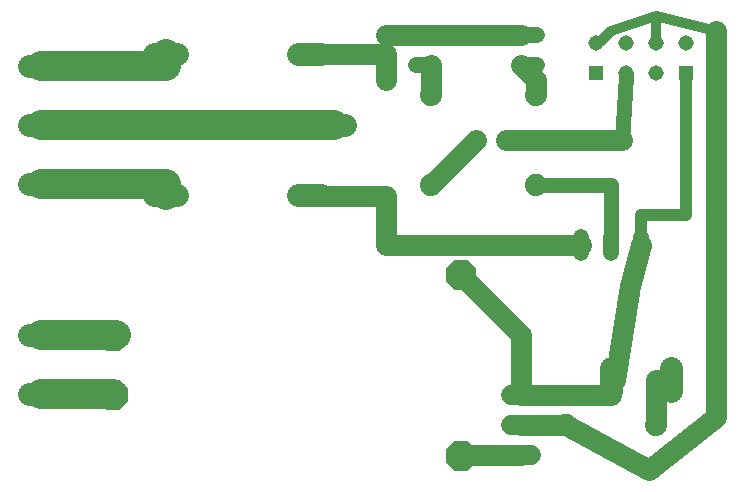
<source format=gbr>
G04 EAGLE Gerber X2 export*
%TF.Part,Single*%
%TF.FileFunction,Copper,L2,Bot,Mixed*%
%TF.FilePolarity,Positive*%
%TF.GenerationSoftware,Autodesk,EAGLE,9.0.0*%
%TF.CreationDate,2018-06-01T03:22:50Z*%
G75*
%MOMM*%
%FSLAX34Y34*%
%LPD*%
%AMOC8*
5,1,8,0,0,1.08239X$1,22.5*%
G01*
%ADD10C,1.676400*%
%ADD11P,2.749271X8X22.500000*%
%ADD12C,1.676400*%
%ADD13C,1.981200*%
%ADD14P,1.429621X8X22.500000*%
%ADD15C,1.320800*%
%ADD16C,1.879600*%
%ADD17R,1.308000X1.308000*%
%ADD18C,1.308000*%
%ADD19C,2.540000*%
%ADD20C,1.778000*%
%ADD21C,0.254000*%
%ADD22C,1.270000*%
%ADD23C,1.016000*%
%ADD24C,0.812800*%


D10*
X355600Y241300D03*
X355600Y342900D03*
D11*
X418600Y24000D03*
X418600Y178000D03*
X124600Y76000D03*
X124600Y126000D03*
D12*
X461518Y76200D02*
X478282Y76200D01*
X478282Y50800D02*
X461518Y50800D01*
X461518Y25400D02*
X478282Y25400D01*
D13*
X321056Y304800D02*
X301244Y304800D01*
X300736Y364490D02*
X280924Y364490D01*
X280924Y245110D02*
X300736Y245110D01*
X178816Y245110D02*
X159004Y245110D01*
X159004Y364490D02*
X178816Y364490D01*
D14*
X431800Y292100D03*
X457200Y292100D03*
D15*
X393700Y381000D02*
X380492Y381000D01*
X380492Y355600D02*
X393700Y355600D01*
X469900Y355600D02*
X483108Y355600D01*
X483108Y381000D02*
X469900Y381000D01*
X520700Y209804D02*
X520700Y196596D01*
X571500Y196596D02*
X571500Y209804D01*
X546100Y209804D02*
X546100Y196596D01*
D16*
X482600Y330200D03*
X482600Y254000D03*
X584200Y50800D03*
X508000Y50800D03*
X393700Y254000D03*
X393700Y330200D03*
D17*
X609750Y348475D03*
X533550Y348475D03*
D18*
X584350Y348475D03*
X558950Y348475D03*
X558950Y373875D03*
X584350Y373875D03*
X609750Y373875D03*
X533550Y373875D03*
D13*
X73406Y354838D02*
X53594Y354838D01*
X53594Y304800D02*
X73406Y304800D01*
X73406Y254762D02*
X53594Y254762D01*
X53594Y126746D02*
X73406Y126746D01*
X73406Y76454D02*
X53594Y76454D01*
X596646Y78994D02*
X596646Y98806D01*
X546354Y98806D02*
X546354Y78994D01*
D19*
X311150Y304800D02*
X63500Y304800D01*
X63500Y354838D02*
X168910Y354838D01*
X168910Y364490D01*
X168910Y254762D02*
X63500Y254762D01*
X168910Y254762D02*
X168910Y245110D01*
D20*
X419100Y25400D02*
X469900Y25400D01*
D21*
X419100Y25400D02*
X418600Y24000D01*
D20*
X393700Y381000D02*
X355600Y381000D01*
X355600Y365125D02*
X355600Y342900D01*
D21*
X355600Y365125D02*
X355600Y381000D01*
D20*
X393700Y381000D02*
X469900Y381000D01*
X355600Y365125D02*
X292100Y365125D01*
D21*
X290830Y364490D01*
X415925Y25400D02*
X418600Y24000D01*
D20*
X482600Y342900D02*
X469900Y355600D01*
X482600Y342900D02*
X482600Y330200D01*
D22*
X546100Y254000D02*
X546100Y203200D01*
X546100Y254000D02*
X482600Y254000D01*
D21*
X609750Y348475D02*
X609600Y349250D01*
D20*
X546100Y76200D02*
X469900Y76200D01*
D21*
X546100Y76200D02*
X546100Y88900D01*
X546354Y88900D01*
D20*
X469900Y127000D02*
X419100Y177800D01*
X469900Y127000D02*
X469900Y76200D01*
D21*
X419100Y177800D02*
X418600Y178000D01*
D20*
X561975Y168275D02*
X571500Y203200D01*
X561975Y168275D02*
X549275Y88900D01*
D21*
X546354Y88900D01*
D23*
X609600Y228600D02*
X609600Y349250D01*
X609600Y228600D02*
X571500Y228600D01*
X571500Y203200D01*
D20*
X520700Y203200D02*
X355600Y203200D01*
X355600Y241300D01*
X355600Y244475D02*
X292100Y244475D01*
D21*
X355600Y244475D02*
X355600Y241300D01*
X292100Y244475D02*
X290830Y245110D01*
D22*
X555625Y292100D02*
X558800Y346075D01*
D20*
X555625Y292100D02*
X457200Y292100D01*
D21*
X558800Y346075D02*
X558950Y348475D01*
D20*
X584200Y88900D02*
X584200Y50800D01*
X584200Y88900D02*
X596646Y88900D01*
D19*
X127000Y126746D02*
X63500Y126746D01*
X127000Y126746D02*
X127000Y127000D01*
D21*
X124600Y126000D01*
D19*
X124600Y76454D02*
X63500Y76454D01*
X124600Y76454D02*
X124600Y76000D01*
D24*
X536575Y374650D02*
X546100Y384175D01*
X584200Y396875D01*
X584200Y374650D01*
D21*
X536575Y374650D02*
X533550Y373875D01*
X584200Y374650D02*
X584350Y373875D01*
D20*
X508000Y50800D02*
X469900Y50800D01*
D24*
X584200Y396875D02*
X635000Y384175D01*
D20*
X635000Y57150D01*
X577850Y12700D01*
X508000Y50800D01*
X393700Y330200D02*
X393700Y355600D01*
X431800Y292100D02*
X393700Y254000D01*
M02*

</source>
